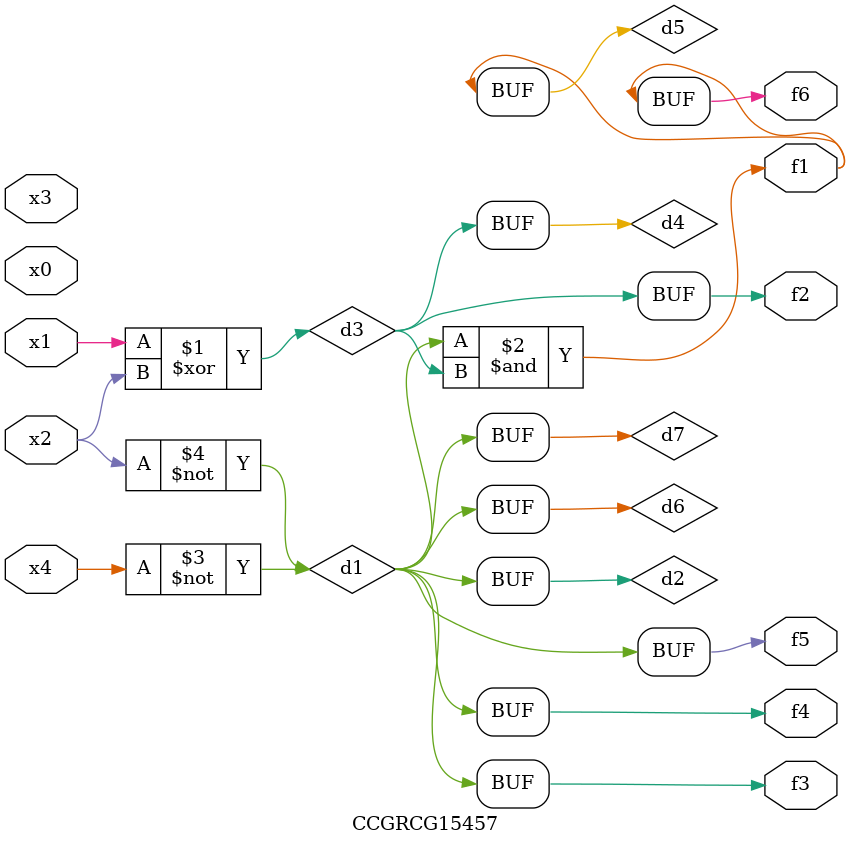
<source format=v>
module CCGRCG15457(
	input x0, x1, x2, x3, x4,
	output f1, f2, f3, f4, f5, f6
);

	wire d1, d2, d3, d4, d5, d6, d7;

	not (d1, x4);
	not (d2, x2);
	xor (d3, x1, x2);
	buf (d4, d3);
	and (d5, d1, d3);
	buf (d6, d1, d2);
	buf (d7, d2);
	assign f1 = d5;
	assign f2 = d4;
	assign f3 = d7;
	assign f4 = d7;
	assign f5 = d7;
	assign f6 = d5;
endmodule

</source>
